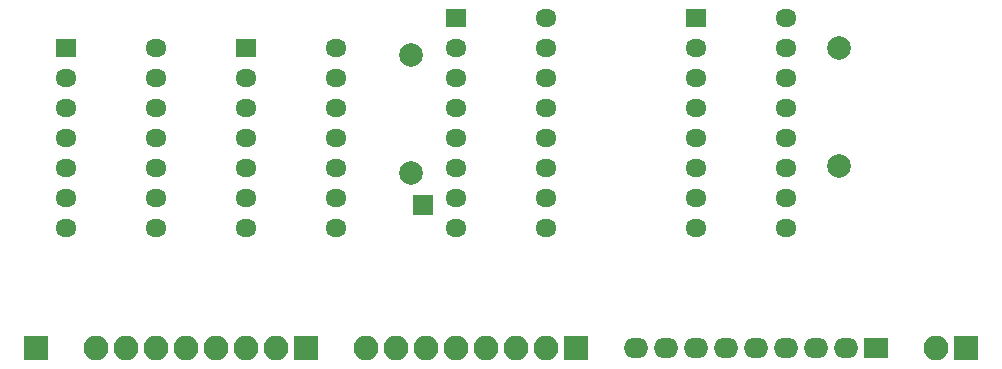
<source format=gbr>
%TF.GenerationSoftware,KiCad,Pcbnew,(5.1.8)-1*%
%TF.CreationDate,2023-05-20T11:55:10+03:00*%
%TF.ProjectId,MUL1,4d554c31-2e6b-4696-9361-645f70636258,rev?*%
%TF.SameCoordinates,Original*%
%TF.FileFunction,Soldermask,Bot*%
%TF.FilePolarity,Negative*%
%FSLAX46Y46*%
G04 Gerber Fmt 4.6, Leading zero omitted, Abs format (unit mm)*
G04 Created by KiCad (PCBNEW (5.1.8)-1) date 2023-05-20 11:55:10*
%MOMM*%
%LPD*%
G01*
G04 APERTURE LIST*
%ADD10R,1.700000X1.700000*%
%ADD11C,2.000000*%
%ADD12O,1.800000X1.500000*%
%ADD13R,1.800000X1.500000*%
%ADD14O,2.100000X2.100000*%
%ADD15R,2.100000X2.100000*%
%ADD16O,2.100000X1.700000*%
%ADD17R,2.100000X1.700000*%
G04 APERTURE END LIST*
D10*
%TO.C,J6*%
X116522500Y-71755000D03*
%TD*%
D11*
%TO.C,C2*%
X115570000Y-69055000D03*
X115570000Y-59055000D03*
%TD*%
%TO.C,C1*%
X151765000Y-68420000D03*
X151765000Y-58420000D03*
%TD*%
D12*
%TO.C,U4*%
X147320000Y-55880000D03*
X139700000Y-73660000D03*
X147320000Y-58420000D03*
X139700000Y-71120000D03*
X147320000Y-60960000D03*
X139700000Y-68580000D03*
X147320000Y-63500000D03*
X139700000Y-66040000D03*
X147320000Y-66040000D03*
X139700000Y-63500000D03*
X147320000Y-68580000D03*
X139700000Y-60960000D03*
X147320000Y-71120000D03*
X139700000Y-58420000D03*
X147320000Y-73660000D03*
D13*
X139700000Y-55880000D03*
%TD*%
D12*
%TO.C,U3*%
X109220000Y-58420000D03*
X101600000Y-73660000D03*
X109220000Y-60960000D03*
X101600000Y-71120000D03*
X109220000Y-63500000D03*
X101600000Y-68580000D03*
X109220000Y-66040000D03*
X101600000Y-66040000D03*
X109220000Y-68580000D03*
X101600000Y-63500000D03*
X109220000Y-71120000D03*
X101600000Y-60960000D03*
X109220000Y-73660000D03*
D13*
X101600000Y-58420000D03*
%TD*%
D12*
%TO.C,U2*%
X127000000Y-55880000D03*
X119380000Y-73660000D03*
X127000000Y-58420000D03*
X119380000Y-71120000D03*
X127000000Y-60960000D03*
X119380000Y-68580000D03*
X127000000Y-63500000D03*
X119380000Y-66040000D03*
X127000000Y-66040000D03*
X119380000Y-63500000D03*
X127000000Y-68580000D03*
X119380000Y-60960000D03*
X127000000Y-71120000D03*
X119380000Y-58420000D03*
X127000000Y-73660000D03*
D13*
X119380000Y-55880000D03*
%TD*%
D12*
%TO.C,U1*%
X93980000Y-58420000D03*
X86360000Y-73660000D03*
X93980000Y-60960000D03*
X86360000Y-71120000D03*
X93980000Y-63500000D03*
X86360000Y-68580000D03*
X93980000Y-66040000D03*
X86360000Y-66040000D03*
X93980000Y-68580000D03*
X86360000Y-63500000D03*
X93980000Y-71120000D03*
X86360000Y-60960000D03*
X93980000Y-73660000D03*
D13*
X86360000Y-58420000D03*
%TD*%
D14*
%TO.C,J5*%
X160020000Y-83820000D03*
D15*
X162560000Y-83820000D03*
%TD*%
%TO.C,J4*%
X83820000Y-83820000D03*
%TD*%
D14*
%TO.C,J3*%
X88900000Y-83820000D03*
X91440000Y-83820000D03*
X93980000Y-83820000D03*
X96520000Y-83820000D03*
X99060000Y-83820000D03*
X101600000Y-83820000D03*
X104140000Y-83820000D03*
D15*
X106680000Y-83820000D03*
%TD*%
D16*
%TO.C,J2*%
X134620000Y-83820000D03*
X137160000Y-83820000D03*
X139700000Y-83820000D03*
X142240000Y-83820000D03*
X144780000Y-83820000D03*
X147320000Y-83820000D03*
X149860000Y-83820000D03*
X152400000Y-83820000D03*
D17*
X154940000Y-83820000D03*
%TD*%
D14*
%TO.C,J1*%
X111760000Y-83820000D03*
X114300000Y-83820000D03*
X116840000Y-83820000D03*
X119380000Y-83820000D03*
X121920000Y-83820000D03*
X124460000Y-83820000D03*
X127000000Y-83820000D03*
D15*
X129540000Y-83820000D03*
%TD*%
M02*

</source>
